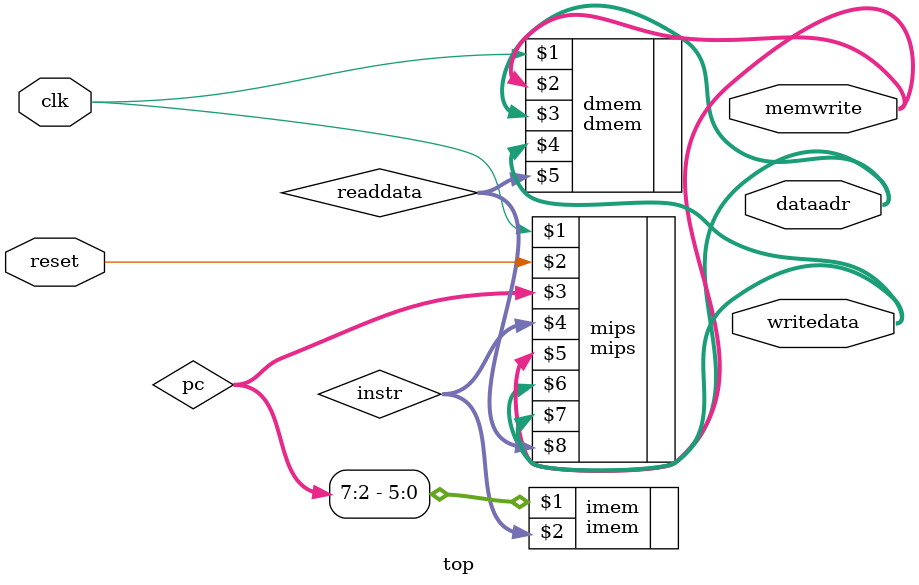
<source format=sv>
module top(input logic clk, reset,
            output logic [31:0] writedata, dataadr,
            output logic [1:0]memwrite);

logic [31:0] pc, instr, readdata;

// instantiate processor and memories
mips mips(clk, reset, pc, instr, memwrite, 
        dataadr, writedata, readdata);

imem imem(pc[7:2], instr);

dmem dmem(clk, memwrite, dataadr, writedata, readdata);

endmodule
</source>
